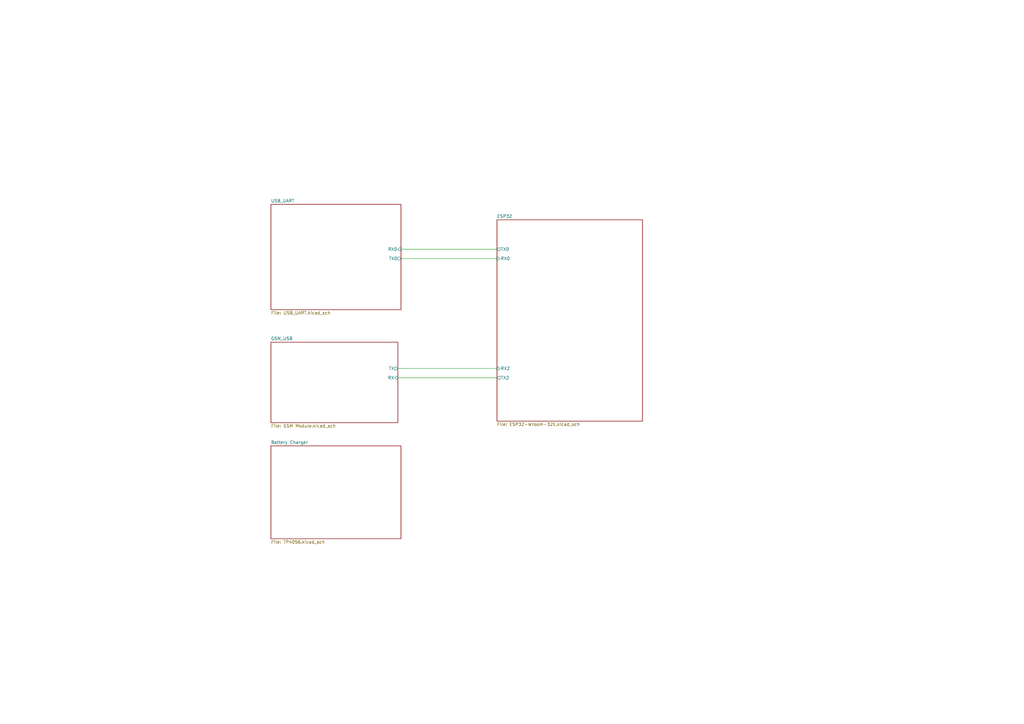
<source format=kicad_sch>
(kicad_sch (version 20211123) (generator eeschema)
  (paper "A3")
  (lib_symbols)
  (wire (pts (xy 164.465 106.045) (xy 203.835 106.045)))
  (wire (pts (xy 163.195 154.94) (xy 203.835 154.94)))
  (wire (pts (xy 164.465 102.235) (xy 203.835 102.235)))
  (wire (pts (xy 163.195 151.13) (xy 203.835 151.13)))
  (sheet (at 111.125 182.88) (size 53.34 38.1) (stroke (width 0.1524))
    (property "Sheet name" "Battery Charger" (at 111.125 182.1684 0) (effects (justify left bottom)))
    (property "Sheet file" "TP4056.kicad_sch" (at 111.125 221.5646 0) (effects (justify left top)))
  )
  (sheet (at 111.125 83.82) (size 53.34 43.18) (stroke (width 0.1524))
    (property "Sheet name" "USB_UART" (at 111.125 83.1084 0) (effects (justify left bottom)))
    (property "Sheet file" "USB_UART.kicad_sch" (at 111.125 127.5846 0) (effects (justify left top)))
    (pin "RX0" input (at 164.465 102.235 0))
    (pin "TX0" output (at 164.465 106.045 0))
  )
  (sheet (at 203.835 90.17) (size 59.69 82.55) (stroke (width 0.1524))
    (property "Sheet name" "ESP32" (at 203.835 89.4584 0) (effects (justify left bottom)))
    (property "Sheet file" "ESP32-Wroom-32E.kicad_sch" (at 203.835 173.3046 0) (effects (justify left top)))
    (pin "TX0" output (at 203.835 102.235 180))
    (pin "RX0" input (at 203.835 106.045 180))
    (pin "TX2" output (at 203.835 154.94 180))
    (pin "RX2" input (at 203.835 151.13 180))
  )
  (sheet (at 111.125 140.335) (size 52.07 33.02) (stroke (width 0.1524))
    (property "Sheet name" "GSM_USB" (at 111.125 139.6234 0) (effects (justify left bottom)))
    (property "Sheet file" "GSM Module.kicad_sch" (at 111.125 173.9396 0) (effects (justify left top)))
    (pin "TX" output (at 163.195 151.13 0))
    (pin "RX" input (at 163.195 154.94 0))
  )
)
</source>
